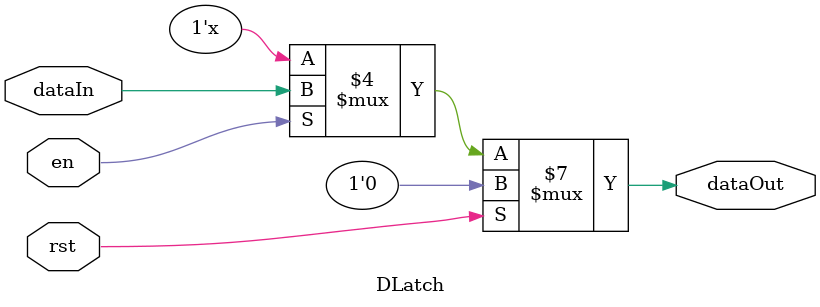
<source format=v>
`timescale 1ns / 1ps

module DLatch (
    input wire en, rst,
    input wire dataIn,
    output reg dataOut
    );

    always @( en or rst or dataIn ) begin
        if( rst == 1'b1 ) begin
            dataOut <= 1'b0;
        end else begin
            if( en == 1'b1 ) begin
                dataOut <= dataIn;
            end
        end
    end
endmodule
</source>
